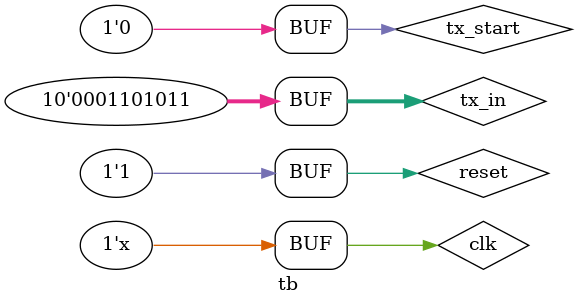
<source format=v>
`timescale 1ns / 100ps

module tb();
    reg clk;
    reg reset;
    reg [9:0] tx_in;
    reg tx_start;
    wire tx_o;
    wire tx_busy;

    
    wire [9:0] rx_data;
    wire rx_parity;
    wire rx_busy;

   
    uart_tx tx(
        .in(tx_in),
        .start(tx_start),
        .clk(clk),
        .reset(reset),
        .o(tx_o),
        .busy(tx_busy)
    );

  
    uart_rx rx(
        .clk(clk),
        .in(tx_o),
        .reset(reset),
        .data(rx_data),
        .parity(rx_parity),
        .busy(rx_busy)
    );

    
    initial clk = 0;
    always #1clk = ~clk; 
    
    initial begin
        reset = 0;
        tx_start = 0;
        #10;
        reset = 1;
        #10;

        
        tx_in = 8'b01010110;  
        tx_start = 1;
        #100;
        tx_start = 0;
        #10;
        
        tx_in = 8'b01101001;  
        tx_start = 1;
        #100;
        tx_start = 0;
        #10;
        
        tx_in = 8'b01110110;  
        tx_start = 1;
        #100;
        tx_start = 0;
        #10;
        
        tx_in = 8'b01100101;  
        tx_start = 1;
        #100;
        tx_start = 0;
        #10;
        
        tx_in = 8'b01101011;  
        tx_start = 1;
        #100;
        tx_start = 0;
        #10;
    end

    // Monitor RX
   always @(posedge clk) begin
     $display("time=%0t, tx_baud_tick=%b, tx_start=%b, tx_data=%b,tx_busy=%b, tx_state=%b, tx_count=%b, O=%b, rx_baud_tick=%b, rx_half_baud=%b, rx_data=%b, rx_parity=%b, rx_busy=%b,  rx_state=%b, rx_count=%b",
             $time,
             tx.baud_tick,
             tx_start, tx_in,      
             tx_busy, tx.state, tx.count, 
             tx.o,
             rx.baud_tick,rx.half_baud,
             rx_data, rx_parity, rx_busy, 
             rx.state, rx.count         
    );
end

endmodule

</source>
